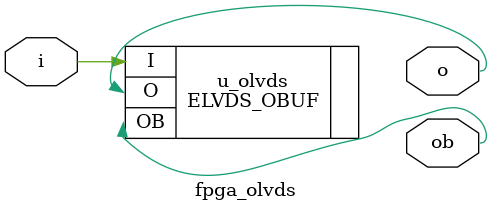
<source format=sv>

module fpga_olvds (
   input  logic i,
   output logic o,
   output logic ob
);

   ELVDS_OBUF u_olvds (
      .O   (o),
      .OB  (ob),

      .I   (i)
    );
    
endmodule: fpga_olvds

/*
------------------------------------------------------------------------------
Version History:
------------------------------------------------------------------------------
 2022/10/10 JI: initial creation    
*/

</source>
